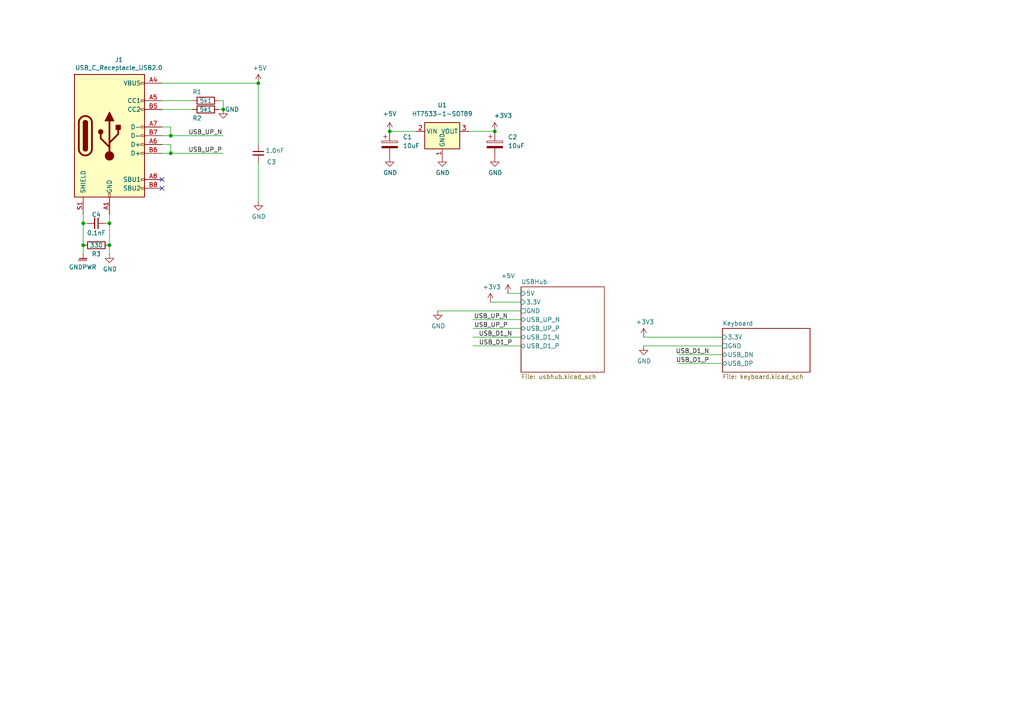
<source format=kicad_sch>
(kicad_sch (version 20250114) (generator "eeschema") (generator_version "9.0")
  (paper "A4")
  (lib_symbols
    (symbol "Connector:USB_C_Receptacle_USB2.0" (pin_names (offset 1.016))
      (property "Reference" "J" (at -10.16 19.05 0))
      (property "Value" "Connector_USB_C_Receptacle_USB2.0" (at 19.05 19.05 0))
      (symbol "USB_C_Receptacle_USB2.0_0_0"
        (rectangle (start -0.254 -17.78) (end 0.254 -16.764))
        (rectangle (start 10.16 15.494) (end 9.144 14.986))
        (rectangle (start 10.16 10.414) (end 9.144 9.906))
        (rectangle (start 10.16 7.874) (end 9.144 7.366))
        (rectangle (start 10.16 2.794) (end 9.144 2.286))
        (rectangle (start 10.16 0.254) (end 9.144 -0.254))
        (rectangle (start 10.16 -2.286) (end 9.144 -2.794))
        (rectangle (start 10.16 -4.826) (end 9.144 -5.334))
        (rectangle (start 10.16 -12.446) (end 9.144 -12.954))
        (rectangle (start 10.16 -14.986) (end 9.144 -15.494))
      )
      (symbol "USB_C_Receptacle_USB2.0_0_1"
        (rectangle (start -10.16 17.78) (end 10.16 -17.78) (stroke (width 0.254)) (fill (type background)))
        (polyline (pts (xy -8.89 -3.81) (xy -8.89 3.81)) (stroke (width 0.508)))
        (rectangle (start -7.62 -3.81) (end -6.35 3.81) (stroke (width 0.254)) (fill (type outline)))
        (arc (start -8.89 3.81) (mid -6.985 5.715) (end -5.08 3.81) (stroke (width 0.508)))
        (arc (start -7.62 3.81) (mid -6.985 4.445) (end -6.35 3.81) (stroke (width 0.254)))
        (arc (start -7.62 3.81) (mid -6.985 4.445) (end -6.35 3.81) (stroke (width 0.254)) (fill (type outline)))
        (arc (start -6.35 -3.81) (mid -6.985 -4.445) (end -7.62 -3.81) (stroke (width 0.254)))
        (arc (start -6.35 -3.81) (mid -6.985 -4.445) (end -7.62 -3.81) (stroke (width 0.254)) (fill (type outline)))
        (arc (start -5.08 -3.81) (mid -6.985 -5.715) (end -8.89 -3.81) (stroke (width 0.508)))
        (polyline (pts (xy -5.08 3.81) (xy -5.08 -3.81)) (stroke (width 0.508)))
        (circle (center -2.54 1.143) (radius 0.635) (stroke (width 0.254)) (fill (type outline)))
        (polyline (pts (xy -1.27 4.318) (xy 0 6.858) (xy 1.27 4.318) (xy -1.27 4.318)) (stroke (width 0.254)) (fill (type outline)))
        (polyline (pts (xy 0 -2.032) (xy 2.54 0.508) (xy 2.54 1.778)) (stroke (width 0.508)))
        (polyline (pts (xy 0 -3.302) (xy -2.54 -0.762) (xy -2.54 0.508)) (stroke (width 0.508)))
        (polyline (pts (xy 0 -5.842) (xy 0 4.318)) (stroke (width 0.508)))
        (circle (center 0 -5.842) (radius 1.27) (fill (type outline)))
        (rectangle (start 1.905 1.778) (end 3.175 3.048) (stroke (width 0.254)) (fill (type outline)))
      )
      (symbol "USB_C_Receptacle_USB2.0_1_1"
        (pin passive line (at -7.62 -22.86 90) (length 5.08) (name "SHIELD") (number "S1"))
        (pin passive line (at 0 -22.86 90) (length 5.08) (name "GND") (number "A1"))
        (pin passive line (at 0 -22.86 90) (length 5.08) (hide yes) (name "GND") (number "A12"))
        (pin passive line (at 0 -22.86 90) (length 5.08) (hide yes) (name "GND") (number "B1"))
        (pin passive line (at 0 -22.86 90) (length 5.08) (hide yes) (name "GND") (number "B12"))
        (pin passive line (at 15.24 15.24 180) (length 5.08) (name "VBUS") (number "A4"))
        (pin passive line (at 15.24 15.24 180) (length 5.08) (hide yes) (name "VBUS") (number "A9"))
        (pin passive line (at 15.24 15.24 180) (length 5.08) (hide yes) (name "VBUS") (number "B4"))
        (pin passive line (at 15.24 15.24 180) (length 5.08) (hide yes) (name "VBUS") (number "B9"))
        (pin bidirectional line (at 15.24 10.16 180) (length 5.08) (name "CC1") (number "A5"))
        (pin bidirectional line (at 15.24 7.62 180) (length 5.08) (name "CC2") (number "B5"))
        (pin bidirectional line (at 15.24 2.54 180) (length 5.08) (name "D-") (number "A7"))
        (pin bidirectional line (at 15.24 0 180) (length 5.08) (name "D-") (number "B7"))
        (pin bidirectional line (at 15.24 -2.54 180) (length 5.08) (name "D+") (number "A6"))
        (pin bidirectional line (at 15.24 -5.08 180) (length 5.08) (name "D+") (number "B6"))
        (pin bidirectional line (at 15.24 -12.7 180) (length 5.08) (name "SBU1") (number "A8"))
        (pin bidirectional line (at 15.24 -15.24 180) (length 5.08) (name "SBU2") (number "B8"))
      )
    )
    (symbol "Device:C_Polarized" (pin_numbers (hide yes)) (pin_names (offset 0.254))
      (property "Reference" "C" (at 0.635 2.54 0))
      (property "Value" "C_Polarized" (at 0.635 -2.54 0))
      (symbol "C_Polarized_0_1"
        (rectangle (start -2.286 0.508) (end 2.286 1.016))
        (polyline (pts (xy -1.778 2.286) (xy -0.762 2.286)))
        (polyline (pts (xy -1.27 2.794) (xy -1.27 1.778)))
        (rectangle (start 2.286 -0.508) (end -2.286 -1.016) (fill (type outline)))
      )
      (symbol "C_Polarized_1_1"
        (pin passive line (at 0 3.81 270) (length 2.794) (name "~") (number "1"))
        (pin passive line (at 0 -3.81 90) (length 2.794) (name "~") (number "2"))
      )
    )
    (symbol "Device:C_Small" (pin_numbers (hide yes)) (pin_names (offset 0.254) (hide yes))
      (property "Reference" "C" (at 0.254 1.778 0))
      (property "Value" "Device_C_Small" (at 0.254 -2.032 0))
      (symbol "C_Small_0_1"
        (polyline (pts (xy -1.524 0.508) (xy 1.524 0.508)) (stroke (width 0.3048)))
        (polyline (pts (xy -1.524 -0.508) (xy 1.524 -0.508)) (stroke (width 0.3302)))
      )
      (symbol "C_Small_1_1"
        (pin passive line (at 0 2.54 270) (length 2.032) (name "~") (number "1"))
        (pin passive line (at 0 -2.54 90) (length 2.032) (name "~") (number "2"))
      )
    )
    (symbol "Device:R" (pin_numbers (hide yes)) (pin_names (offset 0))
      (property "Reference" "R" (at 2.032 0 90))
      (property "Value" "Device_R" (at 0 0 90))
      (symbol "R_0_1"
        (rectangle (start -1.016 -2.54) (end 1.016 2.54) (stroke (width 0.254)))
      )
      (symbol "R_1_1"
        (pin passive line (at 0 3.81 270) (length 1.27) (name "~") (number "1"))
        (pin passive line (at 0 -3.81 90) (length 1.27) (name "~") (number "2"))
      )
    )
    (symbol "Regulator_Linear:HT75xx-1-SOT89"
      (property "Reference" "U" (at -5.08 -3.81 0))
      (property "Value" "HT75xx-1-SOT89" (at 0 6.35 0))
      (symbol "HT75xx-1-SOT89_0_1"
        (rectangle (start -5.08 5.08) (end 5.08 -2.54) (stroke (width 0.254)) (fill (type background)))
      )
      (symbol "HT75xx-1-SOT89_1_1"
        (pin power_in line (at -7.62 2.54 0) (length 2.54) (name "VIN") (number "2"))
        (pin power_in line (at 0 -5.08 90) (length 2.54) (name "GND") (number "1"))
        (pin power_out line (at 7.62 2.54 180) (length 2.54) (name "VOUT") (number "3"))
      )
    )
    (symbol "power:+3.3V" (power) (pin_names (offset 0))
      (property "Value" "power_+3.3V" (at 0 3.556 0))
      (symbol "+3.3V_0_1"
        (polyline (pts (xy -0.762 1.27) (xy 0 2.54)))
        (polyline (pts (xy 0 2.54) (xy 0.762 1.27)))
        (polyline (pts (xy 0 0) (xy 0 2.54)))
      )
      (symbol "+3.3V_1_1"
        (pin power_in line (at 0 0 90) (length 0) (hide yes) (name "+3V3") (number "1"))
      )
    )
    (symbol "power:+5V" (power) (pin_numbers (hide yes)) (pin_names (offset 0) (hide yes))
      (property "Value" "+5V" (at 0 3.556 0))
      (symbol "+5V_0_1"
        (polyline (pts (xy -0.762 1.27) (xy 0 2.54)))
        (polyline (pts (xy 0 2.54) (xy 0.762 1.27)))
        (polyline (pts (xy 0 0) (xy 0 2.54)))
      )
      (symbol "+5V_1_1"
        (pin power_in line (at 0 0 90) (length 0) (name "~") (number "1"))
      )
    )
    (symbol "power:GND" (power) (pin_names (offset 0))
      (property "Value" "power_GND" (at 0 -3.81 0))
      (symbol "GND_0_1"
        (polyline (pts (xy 0 0) (xy 0 -1.27) (xy 1.27 -1.27) (xy 0 -2.54) (xy -1.27 -1.27) (xy 0 -1.27)))
      )
      (symbol "GND_1_1"
        (pin power_in line (at 0 0 270) (length 0) (hide yes) (name "GND") (number "1"))
      )
    )
    (symbol "power:GNDPWR" (power) (pin_numbers (hide yes)) (pin_names (offset 0) (hide yes))
      (property "Value" "GNDPWR" (at 0 -3.302 0))
      (symbol "GNDPWR_0_1"
        (polyline (pts (xy -1.016 -1.27) (xy -1.27 -2.032) (xy -1.27 -2.032)) (stroke (width 0.2032)))
        (polyline (pts (xy -0.508 -1.27) (xy -0.762 -2.032) (xy -0.762 -2.032)) (stroke (width 0.2032)))
        (polyline (pts (xy 0 -1.27) (xy 0 0)))
        (polyline (pts (xy 0 -1.27) (xy -0.254 -2.032) (xy -0.254 -2.032)) (stroke (width 0.2032)))
        (polyline (pts (xy 0.508 -1.27) (xy 0.254 -2.032) (xy 0.254 -2.032)) (stroke (width 0.2032)))
        (polyline (pts (xy 1.016 -1.27) (xy -1.016 -1.27) (xy -1.016 -1.27)) (stroke (width 0.2032)))
        (polyline (pts (xy 1.016 -1.27) (xy 0.762 -2.032) (xy 0.762 -2.032) (xy 0.762 -2.032)) (stroke (width 0.2032)))
      )
      (symbol "GNDPWR_1_1"
        (pin power_in line (at 0 0 270) (length 0) (name "~") (number "1"))
      )
    )
  )
  (junction (at 24.13 64.77))
  (junction (at 24.13 71.12))
  (junction (at 74.93 24.13))
  (junction (at 31.75 64.77))
  (junction (at 143.51 38.1))
  (junction (at 49.53 39.37))
  (junction (at 64.77 31.75))
  (junction (at 49.53 44.45))
  (junction (at 31.75 71.12))
  (junction (at 113.03 38.1))
  (no_connect (at 46.99 54.61))
  (no_connect (at 46.99 52.07))
  (wire (pts (xy 31.75 62.23) (xy 31.75 64.77)))
  (wire (pts (xy 49.53 44.45) (xy 64.77 44.45)))
  (wire (pts (xy 49.53 39.37) (xy 64.77 39.37)))
  (wire (pts (xy 46.99 41.91) (xy 49.53 41.91)))
  (wire (pts (xy 46.99 39.37) (xy 49.53 39.37)))
  (wire (pts (xy 46.99 24.13) (xy 74.93 24.13)))
  (wire (pts (xy 186.69 100.33) (xy 209.55 100.33)))
  (wire (pts (xy 137.16 97.79) (xy 151.13 97.79)))
  (wire (pts (xy 147.32 85.09) (xy 151.13 85.09)))
  (wire (pts (xy 113.03 38.1) (xy 120.65 38.1)))
  (wire (pts (xy 196.85 102.87) (xy 209.55 102.87)))
  (wire (pts (xy 127 90.17) (xy 151.13 90.17)))
  (wire (pts (xy 49.53 39.37) (xy 49.53 36.83)))
  (wire (pts (xy 137.16 100.33) (xy 151.13 100.33)))
  (wire (pts (xy 74.93 24.13) (xy 74.93 41.91)))
  (wire (pts (xy 64.77 29.21) (xy 64.77 31.75)))
  (wire (pts (xy 31.75 64.77) (xy 30.48 64.77)))
  (wire (pts (xy 46.99 36.83) (xy 49.53 36.83)))
  (wire (pts (xy 24.13 71.12) (xy 24.13 73.66)))
  (wire (pts (xy 63.5 31.75) (xy 64.77 31.75)))
  (wire (pts (xy 24.13 64.77) (xy 25.4 64.77)))
  (wire (pts (xy 142.24 87.63) (xy 151.13 87.63)))
  (wire (pts (xy 46.99 31.75) (xy 55.88 31.75)))
  (wire (pts (xy 46.99 44.45) (xy 49.53 44.45)))
  (wire (pts (xy 63.5 29.21) (xy 64.77 29.21)))
  (wire (pts (xy 31.75 71.12) (xy 31.75 64.77)))
  (wire (pts (xy 137.16 92.71) (xy 151.13 92.71)))
  (wire (pts (xy 24.13 71.12) (xy 24.13 64.77)))
  (wire (pts (xy 74.93 46.99) (xy 74.93 58.42)))
  (wire (pts (xy 186.69 97.79) (xy 209.55 97.79)))
  (wire (pts (xy 46.99 29.21) (xy 55.88 29.21)))
  (wire (pts (xy 135.89 38.1) (xy 143.51 38.1)))
  (wire (pts (xy 196.85 105.41) (xy 209.55 105.41)))
  (wire (pts (xy 137.16 95.25) (xy 151.13 95.25)))
  (wire (pts (xy 24.13 62.23) (xy 24.13 64.77)))
  (wire (pts (xy 49.53 44.45) (xy 49.53 41.91)))
  (wire (pts (xy 31.75 71.12) (xy 31.75 73.66)))
  (label "USB_D1_P" (at 205.74 105.41 180))
  (label "USB_UP_N" (at 54.61 39.37 0))
  (label "USB_D1_N" (at 148.59 97.79 180))
  (label "USB_D1_P" (at 148.59 100.33 180))
  (label "USB_UP_N" (at 147.32 92.71 180))
  (label "USB_UP_P" (at 147.32 95.25 180))
  (label "USB_UP_P" (at 54.61 44.45 0))
  (label "USB_D1_N" (at 205.74 102.87 180))
  (symbol (lib_id "Device:R") (at 59.69 29.21 270) (unit 1)
    (property "Reference" "R1" (at 57.15 26.67 90))
    (property "Value" "5k1" (at 59.69 29.21 90))
    (property "Footprint" "Resistor_SMD:R_0603_1608Metric_Pad0.98x0.95mm_HandSolder" (effects (hide yes)))
  )
  (symbol (lib_id "Device:R") (at 59.69 31.75 270) (unit 1)
    (property "Reference" "R2" (at 57.15 34.29 90))
    (property "Value" "5k1" (at 59.69 31.75 90))
    (property "Footprint" "Resistor_SMD:R_0603_1608Metric_Pad0.98x0.95mm_HandSolder" (effects (hide yes)))
  )
  (symbol (lib_id "power:GND") (at 74.93 58.42 0) (unit 1)
    (property "Reference" "#PWR08" (effects (hide yes)))
    (property "Value" "GND" (at 75.057 62.8142 0))
  )
  (symbol (lib_id "power:GND") (at 64.77 31.75 0) (unit 1)
    (property "Reference" "#PWR02" (effects (hide yes)))
    (property "Value" "GND" (at 67.31 31.75 0))
  )
  (symbol (lib_id "power:+5V") (at 74.93 24.13 0) (unit 1)
    (property "Reference" "#PWR01" (effects (hide yes)))
    (property "Value" "+5V" (at 75.311 19.7358 0))
  )
  (symbol (lib_id "Connector:USB_C_Receptacle_USB2.0") (at 31.75 39.37 0) (unit 1)
    (property "Reference" "J1" (at 34.4678 17.3482 0))
    (property "Value" "USB_C_Receptacle_USB2.0" (at 34.4678 19.6596 0))
    (property "Footprint" "Connector_USB:USB_C_Receptacle_HRO_TYPE-C-31-M-12" (effects (hide yes)))
    (property "Datasheet" "https://www.usb.org/sites/default/files/documents/usb_type-c.zip" (effects (hide yes)))
  )
  (symbol (lib_id "power:GND") (at 31.75 73.66 0) (unit 1)
    (property "Reference" "#PWR010" (effects (hide yes)))
    (property "Value" "GND" (at 31.877 78.0542 0))
  )
  (symbol (lib_id "Device:C_Polarized") (at 143.51 41.91 0) (unit 1)
    (property "Reference" "C2" (at 147.32 39.7509 0) (effects (justify left)))
    (property "Value" "10uF" (at 147.32 42.2909 0) (effects (justify left)))
    (property "Footprint" "Capacitor_Tantalum_SMD:CP_EIA-3216-18_Kemet-A" (effects (hide yes)))
    (property "Description" "Polarized capacitor" (effects (hide yes)))
  )
  (symbol (lib_id "Device:C_Polarized") (at 113.03 41.91 0) (unit 1)
    (property "Reference" "C1" (at 116.84 39.7509 0) (effects (justify left)))
    (property "Value" "10uF" (at 116.84 42.2909 0) (effects (justify left)))
    (property "Footprint" "Capacitor_Tantalum_SMD:CP_EIA-3216-18_Kemet-A" (effects (hide yes)))
    (property "Description" "Polarized capacitor" (effects (hide yes)))
  )
  (symbol (lib_id "power:+3.3V") (at 186.69 97.79 0) (unit 1)
    (property "Reference" "#PWR014" (effects (hide yes)))
    (property "Value" "+3V3" (at 187.071 93.3958 0))
  )
  (symbol (lib_id "power:GND") (at 186.69 100.33 0) (unit 1)
    (property "Reference" "#PWR015" (effects (hide yes)))
    (property "Value" "GND" (at 186.817 104.7242 0))
  )
  (symbol (lib_id "power:GND") (at 113.03 45.72 0) (unit 1)
    (property "Reference" "#PWR05" (effects (hide yes)))
    (property "Value" "GND" (at 113.157 50.1142 0))
  )
  (symbol (lib_id "power:GND") (at 127 90.17 0) (unit 1)
    (property "Reference" "#PWR013" (effects (hide yes)))
    (property "Value" "GND" (at 127.127 94.5642 0))
  )
  (symbol (lib_id "power:GND") (at 128.27 45.72 0) (unit 1)
    (property "Reference" "#PWR06" (effects (hide yes)))
    (property "Value" "GND" (at 128.397 50.1142 0))
  )
  (symbol (lib_id "power:+3.3V") (at 142.24 87.63 0) (unit 1)
    (property "Reference" "#PWR012" (effects (hide yes)))
    (property "Value" "+3V3" (at 142.621 83.2358 0))
  )
  (symbol (lib_id "power:+5V") (at 143.51 38.1 0) (unit 1)
    (property "Reference" "#PWR04" (effects (hide yes)))
    (property "Value" "+3V3" (at 143.256 33.528 0) (effects (justify left)))
    (property "Description" "Power symbol creates a global label with name \"+5V\"" (effects (hide yes)))
  )
  (symbol (lib_id "Regulator_Linear:HT75xx-1-SOT89") (at 128.27 40.64 0) (unit 1)
    (property "Reference" "U1" (at 128.27 30.48 0))
    (property "Value" "HT7533-1-SOT89" (at 128.27 33.02 0))
    (property "Footprint" "Package_TO_SOT_SMD:SOT-89-3" (effects (hide yes)))
    (property "Datasheet" "https://www.holtek.com/documents/10179/116711/HT75xx-1v250.pdf" (effects (hide yes)))
    (property "Description" "100mA Low Dropout Voltage Regulator, Fixed Output, SOT89" (effects (hide yes)))
  )
  (symbol (lib_id "power:GND") (at 143.51 45.72 0) (unit 1)
    (property "Reference" "#PWR07" (effects (hide yes)))
    (property "Value" "GND" (at 143.637 50.1142 0))
  )
  (symbol (lib_id "Device:C_Small") (at 27.94 64.77 270) (unit 1)
    (property "Reference" "C4" (at 27.94 62.23 90))
    (property "Value" "0.1nF" (at 27.94 67.564 90))
    (property "Footprint" "Capacitor_SMD:C_0603_1608Metric" (effects (hide yes)))
  )
  (symbol (lib_id "power:+5V") (at 113.03 38.1 0) (unit 1)
    (property "Reference" "#PWR03" (effects (hide yes)))
    (property "Value" "+5V" (at 113.03 33.02 0))
    (property "Description" "Power symbol creates a global label with name \"+5V\"" (effects (hide yes)))
  )
  (symbol (lib_id "power:+5V") (at 147.32 85.09 0) (unit 1)
    (property "Reference" "#PWR011" (effects (hide yes)))
    (property "Value" "+5V" (at 147.32 80.01 0))
    (property "Description" "Power symbol creates a global label with name \"+5V\"" (effects (hide yes)))
  )
  (symbol (lib_id "Device:C_Small") (at 74.93 44.45 0) (unit 1)
    (property "Reference" "C3" (at 78.74 46.99 0))
    (property "Value" "1.0nF" (at 79.756 43.688 0))
    (property "Footprint" "Capacitor_SMD:C_0603_1608Metric" (effects (hide yes)))
  )
  (symbol (lib_id "Device:R") (at 27.94 71.12 270) (unit 1)
    (property "Reference" "R3" (at 27.94 73.66 90))
    (property "Value" "330" (at 27.94 71.12 90))
    (property "Footprint" "Resistor_SMD:R_0603_1608Metric_Pad0.98x0.95mm_HandSolder" (effects (hide yes)))
  )
  (symbol (lib_id "power:GNDPWR") (at 24.13 73.66 0) (unit 1)
    (property "Reference" "#PWR09" (effects (hide yes)))
    (property "Value" "GNDPWR" (at 24.003 77.47 0))
    (property "Description" "Power symbol creates a global label with name \"GNDPWR\" , global ground" (effects (hide yes)))
  )
  (sheet (at 151.13 83.185) (size 24.13 24.765) (stroke (width 0.1524))
    (property "Sheetname" "USBHub" (at 151.13 82.4734 0) (effects (justify left bottom)))
    (property "Sheetfile" "usbhub.kicad_sch" (at 151.13 108.5346 0) (effects (justify left top)))
    (pin "5V" input (at 151.13 85.09 180))
    (pin "3.3V" input (at 151.13 87.63 180))
    (pin "GND" passive (at 151.13 90.17 180))
    (pin "USB_D1_N" bidirectional (at 151.13 97.79 180))
    (pin "USB_D1_P" bidirectional (at 151.13 100.33 180))
    (pin "USB_UP_P" bidirectional (at 151.13 95.25 180))
    (pin "USB_UP_N" bidirectional (at 151.13 92.71 180))
  )
  (sheet (at 209.55 95.25) (size 25.4 12.7) (stroke (width 0.1524))
    (property "Sheetname" "Keyboard" (at 209.55 94.5384 0) (effects (justify left bottom)))
    (property "Sheetfile" "keyboard.kicad_sch" (at 209.55 108.5346 0) (effects (justify left top)))
    (pin "3.3V" input (at 209.55 97.79 180))
    (pin "USB_DP" bidirectional (at 209.55 105.41 180))
    (pin "GND" passive (at 209.55 100.33 180))
    (pin "USB_DN" bidirectional (at 209.55 102.87 180))
  )
)
</source>
